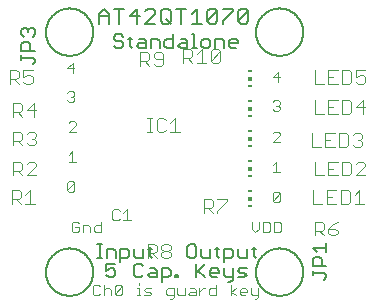
<source format=gbr>
G04 EAGLE Gerber RS-274X export*
G75*
%MOMM*%
%FSLAX34Y34*%
%LPD*%
%INSilkscreen Top*%
%IPPOS*%
%AMOC8*
5,1,8,0,0,1.08239X$1,22.5*%
G01*
%ADD10C,0.152400*%
%ADD11C,0.127000*%
%ADD12C,0.101600*%
%ADD13R,0.300000X0.150000*%
%ADD14R,0.300000X0.300000*%
%ADD15C,0.203200*%
%ADD16C,0.076200*%


D10*
X-60198Y195072D02*
X-60198Y203546D01*
X-55961Y207783D01*
X-51724Y203546D01*
X-51724Y195072D01*
X-51724Y201427D02*
X-60198Y201427D01*
X-42864Y195072D02*
X-42864Y207783D01*
X-47101Y207783D02*
X-38627Y207783D01*
X-27648Y207783D02*
X-27648Y195072D01*
X-34004Y201427D02*
X-27648Y207783D01*
X-25530Y201427D02*
X-34004Y201427D01*
X-20906Y195072D02*
X-12432Y195072D01*
X-20906Y195072D02*
X-12432Y203546D01*
X-12432Y205664D01*
X-14551Y207783D01*
X-18788Y207783D01*
X-20906Y205664D01*
X-7809Y205664D02*
X-7809Y197190D01*
X-7809Y205664D02*
X-5691Y207783D01*
X-1454Y207783D01*
X665Y205664D01*
X665Y197190D01*
X-1454Y195072D01*
X-5691Y195072D01*
X-7809Y197190D01*
X-3572Y199309D02*
X665Y195072D01*
X9525Y195072D02*
X9525Y207783D01*
X5288Y207783D02*
X13762Y207783D01*
X18386Y203546D02*
X22622Y207783D01*
X22622Y195072D01*
X18386Y195072D02*
X26859Y195072D01*
X31483Y197190D02*
X31483Y205664D01*
X33601Y207783D01*
X37838Y207783D01*
X39957Y205664D01*
X39957Y197190D01*
X37838Y195072D01*
X33601Y195072D01*
X31483Y197190D01*
X39957Y205664D01*
X44580Y207783D02*
X53054Y207783D01*
X53054Y205664D01*
X44580Y197190D01*
X44580Y195072D01*
X57677Y197190D02*
X57677Y205664D01*
X59796Y207783D01*
X64033Y207783D01*
X66151Y205664D01*
X66151Y197190D01*
X64033Y195072D01*
X59796Y195072D01*
X57677Y197190D01*
X66151Y205664D01*
D11*
X-46349Y-8245D02*
X-53975Y-8245D01*
X-53975Y-13965D01*
X-50162Y-12059D01*
X-48255Y-12059D01*
X-46349Y-13965D01*
X-46349Y-17778D01*
X-48255Y-19685D01*
X-52068Y-19685D01*
X-53975Y-17778D01*
X-24867Y-8245D02*
X-22961Y-10152D01*
X-24867Y-8245D02*
X-28680Y-8245D01*
X-30587Y-10152D01*
X-30587Y-17778D01*
X-28680Y-19685D01*
X-24867Y-19685D01*
X-22961Y-17778D01*
X-16986Y-12059D02*
X-13173Y-12059D01*
X-11267Y-13965D01*
X-11267Y-19685D01*
X-16986Y-19685D01*
X-18893Y-17778D01*
X-16986Y-15872D01*
X-11267Y-15872D01*
X-7199Y-12059D02*
X-7199Y-23498D01*
X-7199Y-12059D02*
X-1479Y-12059D01*
X427Y-13965D01*
X427Y-17778D01*
X-1479Y-19685D01*
X-7199Y-19685D01*
X4495Y-19685D02*
X4495Y-17778D01*
X6401Y-17778D01*
X6401Y-19685D01*
X4495Y-19685D01*
X22036Y-19685D02*
X22036Y-8245D01*
X29662Y-8245D02*
X22036Y-15872D01*
X23942Y-13965D02*
X29662Y-19685D01*
X35636Y-19685D02*
X39450Y-19685D01*
X35636Y-19685D02*
X33730Y-17778D01*
X33730Y-13965D01*
X35636Y-12059D01*
X39450Y-12059D01*
X41356Y-13965D01*
X41356Y-15872D01*
X33730Y-15872D01*
X45424Y-17778D02*
X45424Y-12059D01*
X45424Y-17778D02*
X47330Y-19685D01*
X53050Y-19685D01*
X53050Y-21592D02*
X53050Y-12059D01*
X53050Y-21592D02*
X51144Y-23498D01*
X49237Y-23498D01*
X57118Y-19685D02*
X62838Y-19685D01*
X64744Y-17778D01*
X62838Y-15872D01*
X59024Y-15872D01*
X57118Y-13965D01*
X59024Y-12059D01*
X64744Y-12059D01*
D12*
X86868Y75189D02*
X89919Y78240D01*
X89919Y69088D01*
X92969Y69088D02*
X86868Y69088D01*
X86868Y94488D02*
X92969Y94488D01*
X86868Y94488D02*
X92969Y100589D01*
X92969Y102115D01*
X91444Y103640D01*
X88393Y103640D01*
X86868Y102115D01*
X86868Y128785D02*
X88393Y130310D01*
X91444Y130310D01*
X92969Y128785D01*
X92969Y127259D01*
X91444Y125734D01*
X89919Y125734D01*
X91444Y125734D02*
X92969Y124209D01*
X92969Y122683D01*
X91444Y121158D01*
X88393Y121158D01*
X86868Y122683D01*
X91444Y145288D02*
X91444Y154440D01*
X86868Y149864D01*
X92969Y149864D01*
X86868Y51315D02*
X86868Y45213D01*
X86868Y51315D02*
X88393Y52840D01*
X91444Y52840D01*
X92969Y51315D01*
X92969Y45213D01*
X91444Y43688D01*
X88393Y43688D01*
X86868Y45213D01*
X92969Y51315D01*
X69088Y27440D02*
X69088Y21339D01*
X72139Y18288D01*
X75189Y21339D01*
X75189Y27440D01*
X78443Y27440D02*
X78443Y18288D01*
X83019Y18288D01*
X84544Y19813D01*
X84544Y25915D01*
X83019Y27440D01*
X78443Y27440D01*
X87798Y27440D02*
X87798Y18288D01*
X92374Y18288D01*
X93900Y19813D01*
X93900Y25915D01*
X92374Y27440D01*
X87798Y27440D01*
D11*
X20325Y8265D02*
X16512Y8265D01*
X14605Y6358D01*
X14605Y-1268D01*
X16512Y-3175D01*
X20325Y-3175D01*
X22232Y-1268D01*
X22232Y6358D01*
X20325Y8265D01*
X26299Y4452D02*
X26299Y-1268D01*
X28206Y-3175D01*
X33925Y-3175D01*
X33925Y4452D01*
X39900Y6358D02*
X39900Y-1268D01*
X41806Y-3175D01*
X41806Y4452D02*
X37993Y4452D01*
X45789Y4452D02*
X45789Y-6988D01*
X45789Y4452D02*
X51509Y4452D01*
X53415Y2545D01*
X53415Y-1268D01*
X51509Y-3175D01*
X45789Y-3175D01*
X57483Y-1268D02*
X57483Y4452D01*
X57483Y-1268D02*
X59390Y-3175D01*
X65109Y-3175D01*
X65109Y4452D01*
X71083Y6358D02*
X71083Y-1268D01*
X72990Y-3175D01*
X72990Y4452D02*
X69177Y4452D01*
X-57782Y-3175D02*
X-61595Y-3175D01*
X-59688Y-3175D02*
X-59688Y8265D01*
X-57782Y8265D02*
X-61595Y8265D01*
X-53799Y4452D02*
X-53799Y-3175D01*
X-53799Y4452D02*
X-48079Y4452D01*
X-46173Y2545D01*
X-46173Y-3175D01*
X-42105Y-6988D02*
X-42105Y4452D01*
X-36385Y4452D01*
X-34479Y2545D01*
X-34479Y-1268D01*
X-36385Y-3175D01*
X-42105Y-3175D01*
X-30411Y-1268D02*
X-30411Y4452D01*
X-30411Y-1268D02*
X-28504Y-3175D01*
X-22785Y-3175D01*
X-22785Y4452D01*
X-16811Y6358D02*
X-16811Y-1268D01*
X-14904Y-3175D01*
X-14904Y4452D02*
X-18717Y4452D01*
D12*
X-82546Y152908D02*
X-82546Y162060D01*
X-87122Y157484D01*
X-81021Y157484D01*
X-85597Y137930D02*
X-87122Y136405D01*
X-85597Y137930D02*
X-82546Y137930D01*
X-81021Y136405D01*
X-81021Y134879D01*
X-82546Y133354D01*
X-84071Y133354D01*
X-82546Y133354D02*
X-81021Y131829D01*
X-81021Y130303D01*
X-82546Y128778D01*
X-85597Y128778D01*
X-87122Y130303D01*
X-85852Y103378D02*
X-79751Y103378D01*
X-85852Y103378D02*
X-79751Y109479D01*
X-79751Y111005D01*
X-81276Y112530D01*
X-84327Y112530D01*
X-85852Y111005D01*
X-82801Y87130D02*
X-85852Y84079D01*
X-82801Y87130D02*
X-82801Y77978D01*
X-79751Y77978D02*
X-85852Y77978D01*
X-87122Y60205D02*
X-87122Y54103D01*
X-87122Y60205D02*
X-85597Y61730D01*
X-82546Y61730D01*
X-81021Y60205D01*
X-81021Y54103D01*
X-82546Y52578D01*
X-85597Y52578D01*
X-87122Y54103D01*
X-81021Y60205D01*
X-78736Y27440D02*
X-77211Y25915D01*
X-78736Y27440D02*
X-81787Y27440D01*
X-83312Y25915D01*
X-83312Y19813D01*
X-81787Y18288D01*
X-78736Y18288D01*
X-77211Y19813D01*
X-77211Y22864D01*
X-80261Y22864D01*
X-73957Y24389D02*
X-73957Y18288D01*
X-73957Y24389D02*
X-69381Y24389D01*
X-67856Y22864D01*
X-67856Y18288D01*
X-58500Y18288D02*
X-58500Y27440D01*
X-58500Y18288D02*
X-63076Y18288D01*
X-64602Y19813D01*
X-64602Y22864D01*
X-63076Y24389D01*
X-58500Y24389D01*
X-60956Y-25900D02*
X-59431Y-27426D01*
X-60956Y-25900D02*
X-64007Y-25900D01*
X-65532Y-27426D01*
X-65532Y-33527D01*
X-64007Y-35052D01*
X-60956Y-35052D01*
X-59431Y-33527D01*
X-56177Y-35052D02*
X-56177Y-25900D01*
X-54652Y-28951D02*
X-56177Y-30476D01*
X-54652Y-28951D02*
X-51601Y-28951D01*
X-50076Y-30476D01*
X-50076Y-35052D01*
X-46822Y-33527D02*
X-46822Y-27426D01*
X-45296Y-25900D01*
X-42246Y-25900D01*
X-40720Y-27426D01*
X-40720Y-33527D01*
X-42246Y-35052D01*
X-45296Y-35052D01*
X-46822Y-33527D01*
X-40720Y-27426D01*
X-28111Y-28951D02*
X-26586Y-28951D01*
X-26586Y-35052D01*
X-28111Y-35052D02*
X-25061Y-35052D01*
X-26586Y-25900D02*
X-26586Y-24375D01*
X-21874Y-35052D02*
X-17299Y-35052D01*
X-15773Y-33527D01*
X-17299Y-32001D01*
X-20349Y-32001D01*
X-21874Y-30476D01*
X-20349Y-28951D01*
X-15773Y-28951D01*
X-114Y-38103D02*
X1412Y-38103D01*
X2937Y-36577D01*
X2937Y-28951D01*
X-1639Y-28951D01*
X-3164Y-30476D01*
X-3164Y-33527D01*
X-1639Y-35052D01*
X2937Y-35052D01*
X6191Y-33527D02*
X6191Y-28951D01*
X6191Y-33527D02*
X7716Y-35052D01*
X12292Y-35052D01*
X12292Y-28951D01*
X17072Y-28951D02*
X20122Y-28951D01*
X21647Y-30476D01*
X21647Y-35052D01*
X17072Y-35052D01*
X15546Y-33527D01*
X17072Y-32001D01*
X21647Y-32001D01*
X24901Y-28951D02*
X24901Y-35052D01*
X24901Y-32001D02*
X27952Y-28951D01*
X29477Y-28951D01*
X38799Y-25900D02*
X38799Y-35052D01*
X34223Y-35052D01*
X32697Y-33527D01*
X32697Y-30476D01*
X34223Y-28951D01*
X38799Y-28951D01*
X51408Y-25900D02*
X51408Y-35052D01*
X51408Y-32001D02*
X55984Y-35052D01*
X51408Y-32001D02*
X55984Y-28951D01*
X60729Y-35052D02*
X63780Y-35052D01*
X60729Y-35052D02*
X59204Y-33527D01*
X59204Y-30476D01*
X60729Y-28951D01*
X63780Y-28951D01*
X65305Y-30476D01*
X65305Y-32001D01*
X59204Y-32001D01*
X68559Y-33527D02*
X68559Y-28951D01*
X68559Y-33527D02*
X70084Y-35052D01*
X74660Y-35052D01*
X74660Y-36577D02*
X74660Y-28951D01*
X74660Y-36577D02*
X73135Y-38103D01*
X71610Y-38103D01*
D11*
X-39999Y184158D02*
X-41905Y186065D01*
X-45718Y186065D01*
X-47625Y184158D01*
X-47625Y182252D01*
X-45718Y180345D01*
X-41905Y180345D01*
X-39999Y178438D01*
X-39999Y176532D01*
X-41905Y174625D01*
X-45718Y174625D01*
X-47625Y176532D01*
X-34024Y176532D02*
X-34024Y184158D01*
X-34024Y176532D02*
X-32118Y174625D01*
X-32118Y182252D02*
X-35931Y182252D01*
X-26228Y182252D02*
X-22415Y182252D01*
X-20509Y180345D01*
X-20509Y174625D01*
X-26228Y174625D01*
X-28135Y176532D01*
X-26228Y178438D01*
X-20509Y178438D01*
X-16441Y174625D02*
X-16441Y182252D01*
X-10721Y182252D01*
X-8815Y180345D01*
X-8815Y174625D01*
X2879Y174625D02*
X2879Y186065D01*
X2879Y174625D02*
X-2841Y174625D01*
X-4747Y176532D01*
X-4747Y180345D01*
X-2841Y182252D01*
X2879Y182252D01*
X8853Y182252D02*
X12667Y182252D01*
X14573Y180345D01*
X14573Y174625D01*
X8853Y174625D01*
X6947Y176532D01*
X8853Y178438D01*
X14573Y178438D01*
X18641Y186065D02*
X20547Y186065D01*
X20547Y174625D01*
X18641Y174625D02*
X22454Y174625D01*
X28343Y174625D02*
X32157Y174625D01*
X34063Y176532D01*
X34063Y180345D01*
X32157Y182252D01*
X28343Y182252D01*
X26437Y180345D01*
X26437Y176532D01*
X28343Y174625D01*
X38131Y174625D02*
X38131Y182252D01*
X43851Y182252D01*
X45757Y180345D01*
X45757Y174625D01*
X51731Y174625D02*
X55545Y174625D01*
X51731Y174625D02*
X49825Y176532D01*
X49825Y180345D01*
X51731Y182252D01*
X55545Y182252D01*
X57451Y180345D01*
X57451Y178438D01*
X49825Y178438D01*
D12*
X-15348Y103378D02*
X-19246Y103378D01*
X-17297Y103378D02*
X-17297Y115072D01*
X-19246Y115072D02*
X-15348Y115072D01*
X-5603Y115072D02*
X-3654Y113123D01*
X-5603Y115072D02*
X-9501Y115072D01*
X-11450Y113123D01*
X-11450Y105327D01*
X-9501Y103378D01*
X-5603Y103378D01*
X-3654Y105327D01*
X244Y111174D02*
X4142Y115072D01*
X4142Y103378D01*
X244Y103378D02*
X8040Y103378D01*
X-134112Y54112D02*
X-134112Y42418D01*
X-134112Y54112D02*
X-128265Y54112D01*
X-126316Y52163D01*
X-126316Y48265D01*
X-128265Y46316D01*
X-134112Y46316D01*
X-130214Y46316D02*
X-126316Y42418D01*
X-122418Y50214D02*
X-118520Y54112D01*
X-118520Y42418D01*
X-122418Y42418D02*
X-114622Y42418D01*
X-132842Y66548D02*
X-132842Y78242D01*
X-126995Y78242D01*
X-125046Y76293D01*
X-125046Y72395D01*
X-126995Y70446D01*
X-132842Y70446D01*
X-128944Y70446D02*
X-125046Y66548D01*
X-121148Y66548D02*
X-113352Y66548D01*
X-121148Y66548D02*
X-113352Y74344D01*
X-113352Y76293D01*
X-115301Y78242D01*
X-119199Y78242D01*
X-121148Y76293D01*
X-132842Y91948D02*
X-132842Y103642D01*
X-126995Y103642D01*
X-125046Y101693D01*
X-125046Y97795D01*
X-126995Y95846D01*
X-132842Y95846D01*
X-128944Y95846D02*
X-125046Y91948D01*
X-121148Y101693D02*
X-119199Y103642D01*
X-115301Y103642D01*
X-113352Y101693D01*
X-113352Y99744D01*
X-115301Y97795D01*
X-117250Y97795D01*
X-115301Y97795D02*
X-113352Y95846D01*
X-113352Y93897D01*
X-115301Y91948D01*
X-119199Y91948D01*
X-121148Y93897D01*
X-132842Y116078D02*
X-132842Y127772D01*
X-126995Y127772D01*
X-125046Y125823D01*
X-125046Y121925D01*
X-126995Y119976D01*
X-132842Y119976D01*
X-128944Y119976D02*
X-125046Y116078D01*
X-115301Y116078D02*
X-115301Y127772D01*
X-121148Y121925D01*
X-113352Y121925D01*
X-135910Y144018D02*
X-135910Y155712D01*
X-130063Y155712D01*
X-128114Y153763D01*
X-128114Y149865D01*
X-130063Y147916D01*
X-135910Y147916D01*
X-132012Y147916D02*
X-128114Y144018D01*
X-124216Y155712D02*
X-116420Y155712D01*
X-124216Y155712D02*
X-124216Y149865D01*
X-120318Y151814D01*
X-118369Y151814D01*
X-116420Y149865D01*
X-116420Y145967D01*
X-118369Y144018D01*
X-122267Y144018D01*
X-124216Y145967D01*
D13*
X67540Y52990D03*
X67540Y40990D03*
D14*
X67540Y46990D03*
D12*
X121158Y42418D02*
X121158Y54112D01*
X121158Y42418D02*
X128954Y42418D01*
X132852Y54112D02*
X140648Y54112D01*
X132852Y54112D02*
X132852Y42418D01*
X140648Y42418D01*
X136750Y48265D02*
X132852Y48265D01*
X144546Y54112D02*
X144546Y42418D01*
X150393Y42418D01*
X152342Y44367D01*
X152342Y52163D01*
X150393Y54112D01*
X144546Y54112D01*
X156240Y50214D02*
X160138Y54112D01*
X160138Y42418D01*
X156240Y42418D02*
X164036Y42418D01*
D13*
X67540Y78390D03*
X67540Y66390D03*
D14*
X67540Y72390D03*
D12*
X122428Y66548D02*
X122428Y78242D01*
X122428Y66548D02*
X130224Y66548D01*
X134122Y78242D02*
X141918Y78242D01*
X134122Y78242D02*
X134122Y66548D01*
X141918Y66548D01*
X138020Y72395D02*
X134122Y72395D01*
X145816Y78242D02*
X145816Y66548D01*
X151663Y66548D01*
X153612Y68497D01*
X153612Y76293D01*
X151663Y78242D01*
X145816Y78242D01*
X157510Y66548D02*
X165306Y66548D01*
X157510Y66548D02*
X165306Y74344D01*
X165306Y76293D01*
X163357Y78242D01*
X159459Y78242D01*
X157510Y76293D01*
D13*
X67540Y103790D03*
X67540Y91790D03*
D14*
X67540Y97790D03*
D12*
X119888Y102372D02*
X119888Y90678D01*
X127684Y90678D01*
X131582Y102372D02*
X139378Y102372D01*
X131582Y102372D02*
X131582Y90678D01*
X139378Y90678D01*
X135480Y96525D02*
X131582Y96525D01*
X143276Y102372D02*
X143276Y90678D01*
X149123Y90678D01*
X151072Y92627D01*
X151072Y100423D01*
X149123Y102372D01*
X143276Y102372D01*
X154970Y100423D02*
X156919Y102372D01*
X160817Y102372D01*
X162766Y100423D01*
X162766Y98474D01*
X160817Y96525D01*
X158868Y96525D01*
X160817Y96525D02*
X162766Y94576D01*
X162766Y92627D01*
X160817Y90678D01*
X156919Y90678D01*
X154970Y92627D01*
D13*
X67540Y129190D03*
X67540Y117190D03*
D14*
X67540Y123190D03*
D12*
X122428Y118618D02*
X122428Y130312D01*
X122428Y118618D02*
X130224Y118618D01*
X134122Y130312D02*
X141918Y130312D01*
X134122Y130312D02*
X134122Y118618D01*
X141918Y118618D01*
X138020Y124465D02*
X134122Y124465D01*
X145816Y130312D02*
X145816Y118618D01*
X151663Y118618D01*
X153612Y120567D01*
X153612Y128363D01*
X151663Y130312D01*
X145816Y130312D01*
X163357Y130312D02*
X163357Y118618D01*
X157510Y124465D02*
X163357Y130312D01*
X165306Y124465D02*
X157510Y124465D01*
D13*
X67540Y154590D03*
X67540Y142590D03*
D14*
X67540Y148590D03*
D12*
X122428Y144018D02*
X122428Y155712D01*
X122428Y144018D02*
X130224Y144018D01*
X134122Y155712D02*
X141918Y155712D01*
X134122Y155712D02*
X134122Y144018D01*
X141918Y144018D01*
X138020Y149865D02*
X134122Y149865D01*
X145816Y155712D02*
X145816Y144018D01*
X151663Y144018D01*
X153612Y145967D01*
X153612Y153763D01*
X151663Y155712D01*
X145816Y155712D01*
X157510Y155712D02*
X165306Y155712D01*
X157510Y155712D02*
X157510Y149865D01*
X161408Y151814D01*
X163357Y151814D01*
X165306Y149865D01*
X165306Y145967D01*
X163357Y144018D01*
X159459Y144018D01*
X157510Y145967D01*
X122428Y27442D02*
X122428Y15748D01*
X122428Y27442D02*
X128275Y27442D01*
X130224Y25493D01*
X130224Y21595D01*
X128275Y19646D01*
X122428Y19646D01*
X126326Y19646D02*
X130224Y15748D01*
X138020Y25493D02*
X141918Y27442D01*
X138020Y25493D02*
X134122Y21595D01*
X134122Y17697D01*
X136071Y15748D01*
X139969Y15748D01*
X141918Y17697D01*
X141918Y19646D01*
X139969Y21595D01*
X134122Y21595D01*
X28448Y34798D02*
X28448Y46492D01*
X34295Y46492D01*
X36244Y44543D01*
X36244Y40645D01*
X34295Y38696D01*
X28448Y38696D01*
X32346Y38696D02*
X36244Y34798D01*
X40142Y46492D02*
X47938Y46492D01*
X47938Y44543D01*
X40142Y36747D01*
X40142Y34798D01*
X-19070Y8392D02*
X-19070Y-3302D01*
X-19070Y8392D02*
X-13223Y8392D01*
X-11274Y6443D01*
X-11274Y2545D01*
X-13223Y596D01*
X-19070Y596D01*
X-15172Y596D02*
X-11274Y-3302D01*
X-7376Y6443D02*
X-5427Y8392D01*
X-1529Y8392D01*
X420Y6443D01*
X420Y4494D01*
X-1529Y2545D01*
X420Y596D01*
X420Y-1353D01*
X-1529Y-3302D01*
X-5427Y-3302D01*
X-7376Y-1353D01*
X-7376Y596D01*
X-5427Y2545D01*
X-7376Y4494D01*
X-7376Y6443D01*
X-5427Y2545D02*
X-1529Y2545D01*
X-25420Y159258D02*
X-25420Y170952D01*
X-19573Y170952D01*
X-17624Y169003D01*
X-17624Y165105D01*
X-19573Y163156D01*
X-25420Y163156D01*
X-21522Y163156D02*
X-17624Y159258D01*
X-13726Y161207D02*
X-11777Y159258D01*
X-7879Y159258D01*
X-5930Y161207D01*
X-5930Y169003D01*
X-7879Y170952D01*
X-11777Y170952D01*
X-13726Y169003D01*
X-13726Y167054D01*
X-11777Y165105D01*
X-5930Y165105D01*
X11146Y161798D02*
X11146Y173492D01*
X16993Y173492D01*
X18942Y171543D01*
X18942Y167645D01*
X16993Y165696D01*
X11146Y165696D01*
X15044Y165696D02*
X18942Y161798D01*
X22840Y169594D02*
X26738Y173492D01*
X26738Y161798D01*
X22840Y161798D02*
X30636Y161798D01*
X34534Y163747D02*
X34534Y171543D01*
X36483Y173492D01*
X40381Y173492D01*
X42330Y171543D01*
X42330Y163747D01*
X40381Y161798D01*
X36483Y161798D01*
X34534Y163747D01*
X42330Y171543D01*
D11*
X-114427Y162532D02*
X-116334Y160625D01*
X-114427Y162532D02*
X-114427Y164438D01*
X-116334Y166345D01*
X-125867Y166345D01*
X-125867Y164438D02*
X-125867Y168252D01*
X-125867Y172319D02*
X-114427Y172319D01*
X-125867Y172319D02*
X-125867Y178039D01*
X-123960Y179946D01*
X-120147Y179946D01*
X-118240Y178039D01*
X-118240Y172319D01*
X-123960Y184013D02*
X-125867Y185920D01*
X-125867Y189733D01*
X-123960Y191639D01*
X-122054Y191639D01*
X-120147Y189733D01*
X-120147Y187826D01*
X-120147Y189733D02*
X-118240Y191639D01*
X-116334Y191639D01*
X-114427Y189733D01*
X-114427Y185920D01*
X-116334Y184013D01*
X130300Y-21717D02*
X132207Y-19810D01*
X132207Y-17904D01*
X130300Y-15997D01*
X120767Y-15997D01*
X120767Y-14091D02*
X120767Y-17904D01*
X120767Y-10023D02*
X132207Y-10023D01*
X120767Y-10023D02*
X120767Y-4303D01*
X122674Y-2397D01*
X126487Y-2397D01*
X128394Y-4303D01*
X128394Y-10023D01*
X124581Y1671D02*
X120767Y5484D01*
X132207Y5484D01*
X132207Y1671D02*
X132207Y9297D01*
D15*
X-105090Y187960D02*
X-105084Y188451D01*
X-105066Y188941D01*
X-105036Y189431D01*
X-104994Y189920D01*
X-104940Y190408D01*
X-104874Y190895D01*
X-104796Y191379D01*
X-104706Y191862D01*
X-104604Y192342D01*
X-104491Y192820D01*
X-104366Y193294D01*
X-104229Y193766D01*
X-104081Y194234D01*
X-103921Y194698D01*
X-103750Y195158D01*
X-103568Y195614D01*
X-103374Y196065D01*
X-103170Y196511D01*
X-102954Y196952D01*
X-102728Y197388D01*
X-102492Y197818D01*
X-102245Y198242D01*
X-101987Y198660D01*
X-101719Y199071D01*
X-101442Y199476D01*
X-101154Y199874D01*
X-100857Y200265D01*
X-100550Y200648D01*
X-100234Y201023D01*
X-99909Y201391D01*
X-99575Y201751D01*
X-99232Y202102D01*
X-98881Y202445D01*
X-98521Y202779D01*
X-98153Y203104D01*
X-97778Y203420D01*
X-97395Y203727D01*
X-97004Y204024D01*
X-96606Y204312D01*
X-96201Y204589D01*
X-95790Y204857D01*
X-95372Y205115D01*
X-94948Y205362D01*
X-94518Y205598D01*
X-94082Y205824D01*
X-93641Y206040D01*
X-93195Y206244D01*
X-92744Y206438D01*
X-92288Y206620D01*
X-91828Y206791D01*
X-91364Y206951D01*
X-90896Y207099D01*
X-90424Y207236D01*
X-89950Y207361D01*
X-89472Y207474D01*
X-88992Y207576D01*
X-88509Y207666D01*
X-88025Y207744D01*
X-87538Y207810D01*
X-87050Y207864D01*
X-86561Y207906D01*
X-86071Y207936D01*
X-85581Y207954D01*
X-85090Y207960D01*
X-84599Y207954D01*
X-84109Y207936D01*
X-83619Y207906D01*
X-83130Y207864D01*
X-82642Y207810D01*
X-82155Y207744D01*
X-81671Y207666D01*
X-81188Y207576D01*
X-80708Y207474D01*
X-80230Y207361D01*
X-79756Y207236D01*
X-79284Y207099D01*
X-78816Y206951D01*
X-78352Y206791D01*
X-77892Y206620D01*
X-77436Y206438D01*
X-76985Y206244D01*
X-76539Y206040D01*
X-76098Y205824D01*
X-75662Y205598D01*
X-75232Y205362D01*
X-74808Y205115D01*
X-74390Y204857D01*
X-73979Y204589D01*
X-73574Y204312D01*
X-73176Y204024D01*
X-72785Y203727D01*
X-72402Y203420D01*
X-72027Y203104D01*
X-71659Y202779D01*
X-71299Y202445D01*
X-70948Y202102D01*
X-70605Y201751D01*
X-70271Y201391D01*
X-69946Y201023D01*
X-69630Y200648D01*
X-69323Y200265D01*
X-69026Y199874D01*
X-68738Y199476D01*
X-68461Y199071D01*
X-68193Y198660D01*
X-67935Y198242D01*
X-67688Y197818D01*
X-67452Y197388D01*
X-67226Y196952D01*
X-67010Y196511D01*
X-66806Y196065D01*
X-66612Y195614D01*
X-66430Y195158D01*
X-66259Y194698D01*
X-66099Y194234D01*
X-65951Y193766D01*
X-65814Y193294D01*
X-65689Y192820D01*
X-65576Y192342D01*
X-65474Y191862D01*
X-65384Y191379D01*
X-65306Y190895D01*
X-65240Y190408D01*
X-65186Y189920D01*
X-65144Y189431D01*
X-65114Y188941D01*
X-65096Y188451D01*
X-65090Y187960D01*
X-65096Y187469D01*
X-65114Y186979D01*
X-65144Y186489D01*
X-65186Y186000D01*
X-65240Y185512D01*
X-65306Y185025D01*
X-65384Y184541D01*
X-65474Y184058D01*
X-65576Y183578D01*
X-65689Y183100D01*
X-65814Y182626D01*
X-65951Y182154D01*
X-66099Y181686D01*
X-66259Y181222D01*
X-66430Y180762D01*
X-66612Y180306D01*
X-66806Y179855D01*
X-67010Y179409D01*
X-67226Y178968D01*
X-67452Y178532D01*
X-67688Y178102D01*
X-67935Y177678D01*
X-68193Y177260D01*
X-68461Y176849D01*
X-68738Y176444D01*
X-69026Y176046D01*
X-69323Y175655D01*
X-69630Y175272D01*
X-69946Y174897D01*
X-70271Y174529D01*
X-70605Y174169D01*
X-70948Y173818D01*
X-71299Y173475D01*
X-71659Y173141D01*
X-72027Y172816D01*
X-72402Y172500D01*
X-72785Y172193D01*
X-73176Y171896D01*
X-73574Y171608D01*
X-73979Y171331D01*
X-74390Y171063D01*
X-74808Y170805D01*
X-75232Y170558D01*
X-75662Y170322D01*
X-76098Y170096D01*
X-76539Y169880D01*
X-76985Y169676D01*
X-77436Y169482D01*
X-77892Y169300D01*
X-78352Y169129D01*
X-78816Y168969D01*
X-79284Y168821D01*
X-79756Y168684D01*
X-80230Y168559D01*
X-80708Y168446D01*
X-81188Y168344D01*
X-81671Y168254D01*
X-82155Y168176D01*
X-82642Y168110D01*
X-83130Y168056D01*
X-83619Y168014D01*
X-84109Y167984D01*
X-84599Y167966D01*
X-85090Y167960D01*
X-85581Y167966D01*
X-86071Y167984D01*
X-86561Y168014D01*
X-87050Y168056D01*
X-87538Y168110D01*
X-88025Y168176D01*
X-88509Y168254D01*
X-88992Y168344D01*
X-89472Y168446D01*
X-89950Y168559D01*
X-90424Y168684D01*
X-90896Y168821D01*
X-91364Y168969D01*
X-91828Y169129D01*
X-92288Y169300D01*
X-92744Y169482D01*
X-93195Y169676D01*
X-93641Y169880D01*
X-94082Y170096D01*
X-94518Y170322D01*
X-94948Y170558D01*
X-95372Y170805D01*
X-95790Y171063D01*
X-96201Y171331D01*
X-96606Y171608D01*
X-97004Y171896D01*
X-97395Y172193D01*
X-97778Y172500D01*
X-98153Y172816D01*
X-98521Y173141D01*
X-98881Y173475D01*
X-99232Y173818D01*
X-99575Y174169D01*
X-99909Y174529D01*
X-100234Y174897D01*
X-100550Y175272D01*
X-100857Y175655D01*
X-101154Y176046D01*
X-101442Y176444D01*
X-101719Y176849D01*
X-101987Y177260D01*
X-102245Y177678D01*
X-102492Y178102D01*
X-102728Y178532D01*
X-102954Y178968D01*
X-103170Y179409D01*
X-103374Y179855D01*
X-103568Y180306D01*
X-103750Y180762D01*
X-103921Y181222D01*
X-104081Y181686D01*
X-104229Y182154D01*
X-104366Y182626D01*
X-104491Y183100D01*
X-104604Y183578D01*
X-104706Y184058D01*
X-104796Y184541D01*
X-104874Y185025D01*
X-104940Y185512D01*
X-104994Y186000D01*
X-105036Y186489D01*
X-105066Y186979D01*
X-105084Y187469D01*
X-105090Y187960D01*
X72710Y187960D02*
X72716Y188451D01*
X72734Y188941D01*
X72764Y189431D01*
X72806Y189920D01*
X72860Y190408D01*
X72926Y190895D01*
X73004Y191379D01*
X73094Y191862D01*
X73196Y192342D01*
X73309Y192820D01*
X73434Y193294D01*
X73571Y193766D01*
X73719Y194234D01*
X73879Y194698D01*
X74050Y195158D01*
X74232Y195614D01*
X74426Y196065D01*
X74630Y196511D01*
X74846Y196952D01*
X75072Y197388D01*
X75308Y197818D01*
X75555Y198242D01*
X75813Y198660D01*
X76081Y199071D01*
X76358Y199476D01*
X76646Y199874D01*
X76943Y200265D01*
X77250Y200648D01*
X77566Y201023D01*
X77891Y201391D01*
X78225Y201751D01*
X78568Y202102D01*
X78919Y202445D01*
X79279Y202779D01*
X79647Y203104D01*
X80022Y203420D01*
X80405Y203727D01*
X80796Y204024D01*
X81194Y204312D01*
X81599Y204589D01*
X82010Y204857D01*
X82428Y205115D01*
X82852Y205362D01*
X83282Y205598D01*
X83718Y205824D01*
X84159Y206040D01*
X84605Y206244D01*
X85056Y206438D01*
X85512Y206620D01*
X85972Y206791D01*
X86436Y206951D01*
X86904Y207099D01*
X87376Y207236D01*
X87850Y207361D01*
X88328Y207474D01*
X88808Y207576D01*
X89291Y207666D01*
X89775Y207744D01*
X90262Y207810D01*
X90750Y207864D01*
X91239Y207906D01*
X91729Y207936D01*
X92219Y207954D01*
X92710Y207960D01*
X93201Y207954D01*
X93691Y207936D01*
X94181Y207906D01*
X94670Y207864D01*
X95158Y207810D01*
X95645Y207744D01*
X96129Y207666D01*
X96612Y207576D01*
X97092Y207474D01*
X97570Y207361D01*
X98044Y207236D01*
X98516Y207099D01*
X98984Y206951D01*
X99448Y206791D01*
X99908Y206620D01*
X100364Y206438D01*
X100815Y206244D01*
X101261Y206040D01*
X101702Y205824D01*
X102138Y205598D01*
X102568Y205362D01*
X102992Y205115D01*
X103410Y204857D01*
X103821Y204589D01*
X104226Y204312D01*
X104624Y204024D01*
X105015Y203727D01*
X105398Y203420D01*
X105773Y203104D01*
X106141Y202779D01*
X106501Y202445D01*
X106852Y202102D01*
X107195Y201751D01*
X107529Y201391D01*
X107854Y201023D01*
X108170Y200648D01*
X108477Y200265D01*
X108774Y199874D01*
X109062Y199476D01*
X109339Y199071D01*
X109607Y198660D01*
X109865Y198242D01*
X110112Y197818D01*
X110348Y197388D01*
X110574Y196952D01*
X110790Y196511D01*
X110994Y196065D01*
X111188Y195614D01*
X111370Y195158D01*
X111541Y194698D01*
X111701Y194234D01*
X111849Y193766D01*
X111986Y193294D01*
X112111Y192820D01*
X112224Y192342D01*
X112326Y191862D01*
X112416Y191379D01*
X112494Y190895D01*
X112560Y190408D01*
X112614Y189920D01*
X112656Y189431D01*
X112686Y188941D01*
X112704Y188451D01*
X112710Y187960D01*
X112704Y187469D01*
X112686Y186979D01*
X112656Y186489D01*
X112614Y186000D01*
X112560Y185512D01*
X112494Y185025D01*
X112416Y184541D01*
X112326Y184058D01*
X112224Y183578D01*
X112111Y183100D01*
X111986Y182626D01*
X111849Y182154D01*
X111701Y181686D01*
X111541Y181222D01*
X111370Y180762D01*
X111188Y180306D01*
X110994Y179855D01*
X110790Y179409D01*
X110574Y178968D01*
X110348Y178532D01*
X110112Y178102D01*
X109865Y177678D01*
X109607Y177260D01*
X109339Y176849D01*
X109062Y176444D01*
X108774Y176046D01*
X108477Y175655D01*
X108170Y175272D01*
X107854Y174897D01*
X107529Y174529D01*
X107195Y174169D01*
X106852Y173818D01*
X106501Y173475D01*
X106141Y173141D01*
X105773Y172816D01*
X105398Y172500D01*
X105015Y172193D01*
X104624Y171896D01*
X104226Y171608D01*
X103821Y171331D01*
X103410Y171063D01*
X102992Y170805D01*
X102568Y170558D01*
X102138Y170322D01*
X101702Y170096D01*
X101261Y169880D01*
X100815Y169676D01*
X100364Y169482D01*
X99908Y169300D01*
X99448Y169129D01*
X98984Y168969D01*
X98516Y168821D01*
X98044Y168684D01*
X97570Y168559D01*
X97092Y168446D01*
X96612Y168344D01*
X96129Y168254D01*
X95645Y168176D01*
X95158Y168110D01*
X94670Y168056D01*
X94181Y168014D01*
X93691Y167984D01*
X93201Y167966D01*
X92710Y167960D01*
X92219Y167966D01*
X91729Y167984D01*
X91239Y168014D01*
X90750Y168056D01*
X90262Y168110D01*
X89775Y168176D01*
X89291Y168254D01*
X88808Y168344D01*
X88328Y168446D01*
X87850Y168559D01*
X87376Y168684D01*
X86904Y168821D01*
X86436Y168969D01*
X85972Y169129D01*
X85512Y169300D01*
X85056Y169482D01*
X84605Y169676D01*
X84159Y169880D01*
X83718Y170096D01*
X83282Y170322D01*
X82852Y170558D01*
X82428Y170805D01*
X82010Y171063D01*
X81599Y171331D01*
X81194Y171608D01*
X80796Y171896D01*
X80405Y172193D01*
X80022Y172500D01*
X79647Y172816D01*
X79279Y173141D01*
X78919Y173475D01*
X78568Y173818D01*
X78225Y174169D01*
X77891Y174529D01*
X77566Y174897D01*
X77250Y175272D01*
X76943Y175655D01*
X76646Y176046D01*
X76358Y176444D01*
X76081Y176849D01*
X75813Y177260D01*
X75555Y177678D01*
X75308Y178102D01*
X75072Y178532D01*
X74846Y178968D01*
X74630Y179409D01*
X74426Y179855D01*
X74232Y180306D01*
X74050Y180762D01*
X73879Y181222D01*
X73719Y181686D01*
X73571Y182154D01*
X73434Y182626D01*
X73309Y183100D01*
X73196Y183578D01*
X73094Y184058D01*
X73004Y184541D01*
X72926Y185025D01*
X72860Y185512D01*
X72806Y186000D01*
X72764Y186489D01*
X72734Y186979D01*
X72716Y187469D01*
X72710Y187960D01*
X-105090Y-15240D02*
X-105084Y-14749D01*
X-105066Y-14259D01*
X-105036Y-13769D01*
X-104994Y-13280D01*
X-104940Y-12792D01*
X-104874Y-12305D01*
X-104796Y-11821D01*
X-104706Y-11338D01*
X-104604Y-10858D01*
X-104491Y-10380D01*
X-104366Y-9906D01*
X-104229Y-9434D01*
X-104081Y-8966D01*
X-103921Y-8502D01*
X-103750Y-8042D01*
X-103568Y-7586D01*
X-103374Y-7135D01*
X-103170Y-6689D01*
X-102954Y-6248D01*
X-102728Y-5812D01*
X-102492Y-5382D01*
X-102245Y-4958D01*
X-101987Y-4540D01*
X-101719Y-4129D01*
X-101442Y-3724D01*
X-101154Y-3326D01*
X-100857Y-2935D01*
X-100550Y-2552D01*
X-100234Y-2177D01*
X-99909Y-1809D01*
X-99575Y-1449D01*
X-99232Y-1098D01*
X-98881Y-755D01*
X-98521Y-421D01*
X-98153Y-96D01*
X-97778Y220D01*
X-97395Y527D01*
X-97004Y824D01*
X-96606Y1112D01*
X-96201Y1389D01*
X-95790Y1657D01*
X-95372Y1915D01*
X-94948Y2162D01*
X-94518Y2398D01*
X-94082Y2624D01*
X-93641Y2840D01*
X-93195Y3044D01*
X-92744Y3238D01*
X-92288Y3420D01*
X-91828Y3591D01*
X-91364Y3751D01*
X-90896Y3899D01*
X-90424Y4036D01*
X-89950Y4161D01*
X-89472Y4274D01*
X-88992Y4376D01*
X-88509Y4466D01*
X-88025Y4544D01*
X-87538Y4610D01*
X-87050Y4664D01*
X-86561Y4706D01*
X-86071Y4736D01*
X-85581Y4754D01*
X-85090Y4760D01*
X-84599Y4754D01*
X-84109Y4736D01*
X-83619Y4706D01*
X-83130Y4664D01*
X-82642Y4610D01*
X-82155Y4544D01*
X-81671Y4466D01*
X-81188Y4376D01*
X-80708Y4274D01*
X-80230Y4161D01*
X-79756Y4036D01*
X-79284Y3899D01*
X-78816Y3751D01*
X-78352Y3591D01*
X-77892Y3420D01*
X-77436Y3238D01*
X-76985Y3044D01*
X-76539Y2840D01*
X-76098Y2624D01*
X-75662Y2398D01*
X-75232Y2162D01*
X-74808Y1915D01*
X-74390Y1657D01*
X-73979Y1389D01*
X-73574Y1112D01*
X-73176Y824D01*
X-72785Y527D01*
X-72402Y220D01*
X-72027Y-96D01*
X-71659Y-421D01*
X-71299Y-755D01*
X-70948Y-1098D01*
X-70605Y-1449D01*
X-70271Y-1809D01*
X-69946Y-2177D01*
X-69630Y-2552D01*
X-69323Y-2935D01*
X-69026Y-3326D01*
X-68738Y-3724D01*
X-68461Y-4129D01*
X-68193Y-4540D01*
X-67935Y-4958D01*
X-67688Y-5382D01*
X-67452Y-5812D01*
X-67226Y-6248D01*
X-67010Y-6689D01*
X-66806Y-7135D01*
X-66612Y-7586D01*
X-66430Y-8042D01*
X-66259Y-8502D01*
X-66099Y-8966D01*
X-65951Y-9434D01*
X-65814Y-9906D01*
X-65689Y-10380D01*
X-65576Y-10858D01*
X-65474Y-11338D01*
X-65384Y-11821D01*
X-65306Y-12305D01*
X-65240Y-12792D01*
X-65186Y-13280D01*
X-65144Y-13769D01*
X-65114Y-14259D01*
X-65096Y-14749D01*
X-65090Y-15240D01*
X-65096Y-15731D01*
X-65114Y-16221D01*
X-65144Y-16711D01*
X-65186Y-17200D01*
X-65240Y-17688D01*
X-65306Y-18175D01*
X-65384Y-18659D01*
X-65474Y-19142D01*
X-65576Y-19622D01*
X-65689Y-20100D01*
X-65814Y-20574D01*
X-65951Y-21046D01*
X-66099Y-21514D01*
X-66259Y-21978D01*
X-66430Y-22438D01*
X-66612Y-22894D01*
X-66806Y-23345D01*
X-67010Y-23791D01*
X-67226Y-24232D01*
X-67452Y-24668D01*
X-67688Y-25098D01*
X-67935Y-25522D01*
X-68193Y-25940D01*
X-68461Y-26351D01*
X-68738Y-26756D01*
X-69026Y-27154D01*
X-69323Y-27545D01*
X-69630Y-27928D01*
X-69946Y-28303D01*
X-70271Y-28671D01*
X-70605Y-29031D01*
X-70948Y-29382D01*
X-71299Y-29725D01*
X-71659Y-30059D01*
X-72027Y-30384D01*
X-72402Y-30700D01*
X-72785Y-31007D01*
X-73176Y-31304D01*
X-73574Y-31592D01*
X-73979Y-31869D01*
X-74390Y-32137D01*
X-74808Y-32395D01*
X-75232Y-32642D01*
X-75662Y-32878D01*
X-76098Y-33104D01*
X-76539Y-33320D01*
X-76985Y-33524D01*
X-77436Y-33718D01*
X-77892Y-33900D01*
X-78352Y-34071D01*
X-78816Y-34231D01*
X-79284Y-34379D01*
X-79756Y-34516D01*
X-80230Y-34641D01*
X-80708Y-34754D01*
X-81188Y-34856D01*
X-81671Y-34946D01*
X-82155Y-35024D01*
X-82642Y-35090D01*
X-83130Y-35144D01*
X-83619Y-35186D01*
X-84109Y-35216D01*
X-84599Y-35234D01*
X-85090Y-35240D01*
X-85581Y-35234D01*
X-86071Y-35216D01*
X-86561Y-35186D01*
X-87050Y-35144D01*
X-87538Y-35090D01*
X-88025Y-35024D01*
X-88509Y-34946D01*
X-88992Y-34856D01*
X-89472Y-34754D01*
X-89950Y-34641D01*
X-90424Y-34516D01*
X-90896Y-34379D01*
X-91364Y-34231D01*
X-91828Y-34071D01*
X-92288Y-33900D01*
X-92744Y-33718D01*
X-93195Y-33524D01*
X-93641Y-33320D01*
X-94082Y-33104D01*
X-94518Y-32878D01*
X-94948Y-32642D01*
X-95372Y-32395D01*
X-95790Y-32137D01*
X-96201Y-31869D01*
X-96606Y-31592D01*
X-97004Y-31304D01*
X-97395Y-31007D01*
X-97778Y-30700D01*
X-98153Y-30384D01*
X-98521Y-30059D01*
X-98881Y-29725D01*
X-99232Y-29382D01*
X-99575Y-29031D01*
X-99909Y-28671D01*
X-100234Y-28303D01*
X-100550Y-27928D01*
X-100857Y-27545D01*
X-101154Y-27154D01*
X-101442Y-26756D01*
X-101719Y-26351D01*
X-101987Y-25940D01*
X-102245Y-25522D01*
X-102492Y-25098D01*
X-102728Y-24668D01*
X-102954Y-24232D01*
X-103170Y-23791D01*
X-103374Y-23345D01*
X-103568Y-22894D01*
X-103750Y-22438D01*
X-103921Y-21978D01*
X-104081Y-21514D01*
X-104229Y-21046D01*
X-104366Y-20574D01*
X-104491Y-20100D01*
X-104604Y-19622D01*
X-104706Y-19142D01*
X-104796Y-18659D01*
X-104874Y-18175D01*
X-104940Y-17688D01*
X-104994Y-17200D01*
X-105036Y-16711D01*
X-105066Y-16221D01*
X-105084Y-15731D01*
X-105090Y-15240D01*
X72710Y-15240D02*
X72716Y-14749D01*
X72734Y-14259D01*
X72764Y-13769D01*
X72806Y-13280D01*
X72860Y-12792D01*
X72926Y-12305D01*
X73004Y-11821D01*
X73094Y-11338D01*
X73196Y-10858D01*
X73309Y-10380D01*
X73434Y-9906D01*
X73571Y-9434D01*
X73719Y-8966D01*
X73879Y-8502D01*
X74050Y-8042D01*
X74232Y-7586D01*
X74426Y-7135D01*
X74630Y-6689D01*
X74846Y-6248D01*
X75072Y-5812D01*
X75308Y-5382D01*
X75555Y-4958D01*
X75813Y-4540D01*
X76081Y-4129D01*
X76358Y-3724D01*
X76646Y-3326D01*
X76943Y-2935D01*
X77250Y-2552D01*
X77566Y-2177D01*
X77891Y-1809D01*
X78225Y-1449D01*
X78568Y-1098D01*
X78919Y-755D01*
X79279Y-421D01*
X79647Y-96D01*
X80022Y220D01*
X80405Y527D01*
X80796Y824D01*
X81194Y1112D01*
X81599Y1389D01*
X82010Y1657D01*
X82428Y1915D01*
X82852Y2162D01*
X83282Y2398D01*
X83718Y2624D01*
X84159Y2840D01*
X84605Y3044D01*
X85056Y3238D01*
X85512Y3420D01*
X85972Y3591D01*
X86436Y3751D01*
X86904Y3899D01*
X87376Y4036D01*
X87850Y4161D01*
X88328Y4274D01*
X88808Y4376D01*
X89291Y4466D01*
X89775Y4544D01*
X90262Y4610D01*
X90750Y4664D01*
X91239Y4706D01*
X91729Y4736D01*
X92219Y4754D01*
X92710Y4760D01*
X93201Y4754D01*
X93691Y4736D01*
X94181Y4706D01*
X94670Y4664D01*
X95158Y4610D01*
X95645Y4544D01*
X96129Y4466D01*
X96612Y4376D01*
X97092Y4274D01*
X97570Y4161D01*
X98044Y4036D01*
X98516Y3899D01*
X98984Y3751D01*
X99448Y3591D01*
X99908Y3420D01*
X100364Y3238D01*
X100815Y3044D01*
X101261Y2840D01*
X101702Y2624D01*
X102138Y2398D01*
X102568Y2162D01*
X102992Y1915D01*
X103410Y1657D01*
X103821Y1389D01*
X104226Y1112D01*
X104624Y824D01*
X105015Y527D01*
X105398Y220D01*
X105773Y-96D01*
X106141Y-421D01*
X106501Y-755D01*
X106852Y-1098D01*
X107195Y-1449D01*
X107529Y-1809D01*
X107854Y-2177D01*
X108170Y-2552D01*
X108477Y-2935D01*
X108774Y-3326D01*
X109062Y-3724D01*
X109339Y-4129D01*
X109607Y-4540D01*
X109865Y-4958D01*
X110112Y-5382D01*
X110348Y-5812D01*
X110574Y-6248D01*
X110790Y-6689D01*
X110994Y-7135D01*
X111188Y-7586D01*
X111370Y-8042D01*
X111541Y-8502D01*
X111701Y-8966D01*
X111849Y-9434D01*
X111986Y-9906D01*
X112111Y-10380D01*
X112224Y-10858D01*
X112326Y-11338D01*
X112416Y-11821D01*
X112494Y-12305D01*
X112560Y-12792D01*
X112614Y-13280D01*
X112656Y-13769D01*
X112686Y-14259D01*
X112704Y-14749D01*
X112710Y-15240D01*
X112704Y-15731D01*
X112686Y-16221D01*
X112656Y-16711D01*
X112614Y-17200D01*
X112560Y-17688D01*
X112494Y-18175D01*
X112416Y-18659D01*
X112326Y-19142D01*
X112224Y-19622D01*
X112111Y-20100D01*
X111986Y-20574D01*
X111849Y-21046D01*
X111701Y-21514D01*
X111541Y-21978D01*
X111370Y-22438D01*
X111188Y-22894D01*
X110994Y-23345D01*
X110790Y-23791D01*
X110574Y-24232D01*
X110348Y-24668D01*
X110112Y-25098D01*
X109865Y-25522D01*
X109607Y-25940D01*
X109339Y-26351D01*
X109062Y-26756D01*
X108774Y-27154D01*
X108477Y-27545D01*
X108170Y-27928D01*
X107854Y-28303D01*
X107529Y-28671D01*
X107195Y-29031D01*
X106852Y-29382D01*
X106501Y-29725D01*
X106141Y-30059D01*
X105773Y-30384D01*
X105398Y-30700D01*
X105015Y-31007D01*
X104624Y-31304D01*
X104226Y-31592D01*
X103821Y-31869D01*
X103410Y-32137D01*
X102992Y-32395D01*
X102568Y-32642D01*
X102138Y-32878D01*
X101702Y-33104D01*
X101261Y-33320D01*
X100815Y-33524D01*
X100364Y-33718D01*
X99908Y-33900D01*
X99448Y-34071D01*
X98984Y-34231D01*
X98516Y-34379D01*
X98044Y-34516D01*
X97570Y-34641D01*
X97092Y-34754D01*
X96612Y-34856D01*
X96129Y-34946D01*
X95645Y-35024D01*
X95158Y-35090D01*
X94670Y-35144D01*
X94181Y-35186D01*
X93691Y-35216D01*
X93201Y-35234D01*
X92710Y-35240D01*
X92219Y-35234D01*
X91729Y-35216D01*
X91239Y-35186D01*
X90750Y-35144D01*
X90262Y-35090D01*
X89775Y-35024D01*
X89291Y-34946D01*
X88808Y-34856D01*
X88328Y-34754D01*
X87850Y-34641D01*
X87376Y-34516D01*
X86904Y-34379D01*
X86436Y-34231D01*
X85972Y-34071D01*
X85512Y-33900D01*
X85056Y-33718D01*
X84605Y-33524D01*
X84159Y-33320D01*
X83718Y-33104D01*
X83282Y-32878D01*
X82852Y-32642D01*
X82428Y-32395D01*
X82010Y-32137D01*
X81599Y-31869D01*
X81194Y-31592D01*
X80796Y-31304D01*
X80405Y-31007D01*
X80022Y-30700D01*
X79647Y-30384D01*
X79279Y-30059D01*
X78919Y-29725D01*
X78568Y-29382D01*
X78225Y-29031D01*
X77891Y-28671D01*
X77566Y-28303D01*
X77250Y-27928D01*
X76943Y-27545D01*
X76646Y-27154D01*
X76358Y-26756D01*
X76081Y-26351D01*
X75813Y-25940D01*
X75555Y-25522D01*
X75308Y-25098D01*
X75072Y-24668D01*
X74846Y-24232D01*
X74630Y-23791D01*
X74426Y-23345D01*
X74232Y-22894D01*
X74050Y-22438D01*
X73879Y-21978D01*
X73719Y-21514D01*
X73571Y-21046D01*
X73434Y-20574D01*
X73309Y-20100D01*
X73196Y-19622D01*
X73094Y-19142D01*
X73004Y-18659D01*
X72926Y-18175D01*
X72860Y-17688D01*
X72806Y-17200D01*
X72764Y-16711D01*
X72734Y-16221D01*
X72716Y-15731D01*
X72710Y-15240D01*
D16*
X-42699Y36299D02*
X-44266Y37867D01*
X-47402Y37867D01*
X-48969Y36299D01*
X-48969Y30029D01*
X-47402Y28461D01*
X-44266Y28461D01*
X-42699Y30029D01*
X-39614Y34732D02*
X-36479Y37867D01*
X-36479Y28461D01*
X-39614Y28461D02*
X-33344Y28461D01*
M02*

</source>
